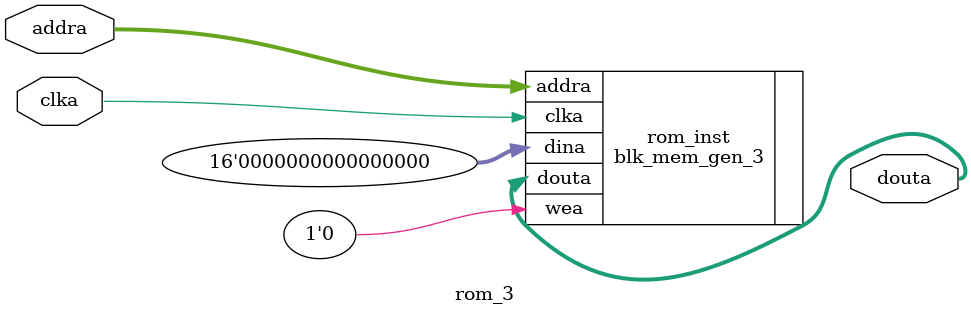
<source format=v>
module rom_3(
    input   wire              clka,     // 时钟
    input   wire  [18:0]      addra,    // 地址总线 
    output  wire  [11:0]      douta     // 数据总线 
);

// 实例化 Block Memory Generator IP 核（单端口 ROM）
blk_mem_gen_3 rom_inst (
    .clka(clka),        // 时钟输入
    .wea(1'b0),         // 写使能信号(ROM中固定为0)
    .addra(addra),      // 地址输入
    .dina(16'h0),       // 数据输入(ROM中未使用)
    .douta(douta)       // 数据输出
);

endmodule
</source>
